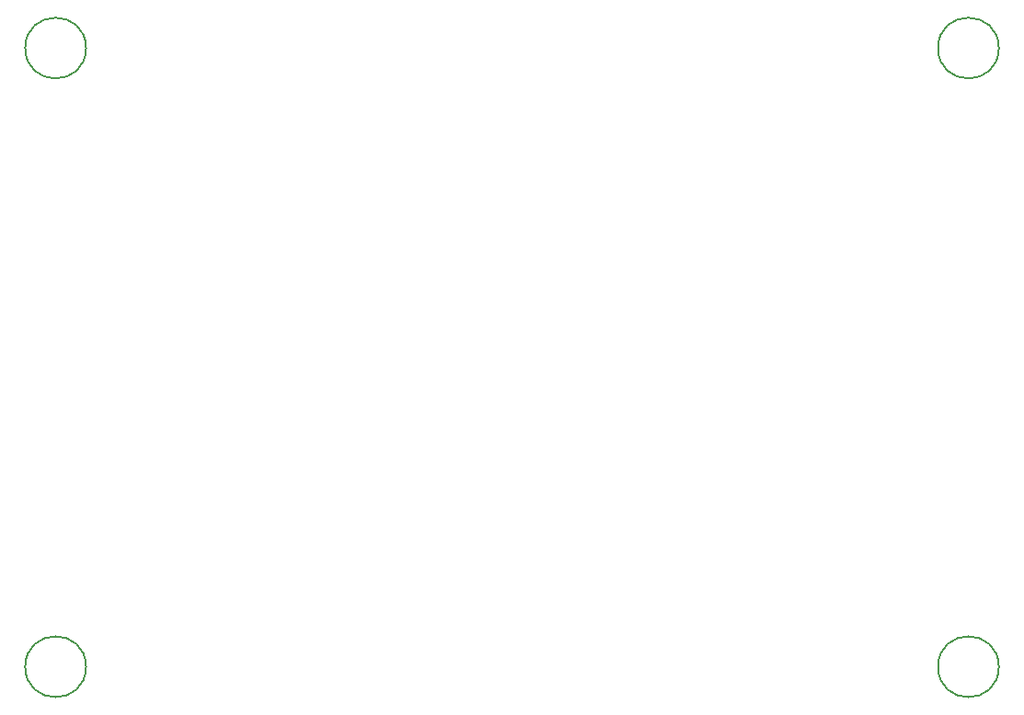
<source format=gbr>
%TF.GenerationSoftware,KiCad,Pcbnew,(6.0.4)*%
%TF.CreationDate,2022-10-21T11:56:49+02:00*%
%TF.ProjectId,Spikeling_V2.2c,5370696b-656c-4696-9e67-5f56322e3263,rev?*%
%TF.SameCoordinates,Original*%
%TF.FileFunction,Other,Comment*%
%FSLAX46Y46*%
G04 Gerber Fmt 4.6, Leading zero omitted, Abs format (unit mm)*
G04 Created by KiCad (PCBNEW (6.0.4)) date 2022-10-21 11:56:49*
%MOMM*%
%LPD*%
G01*
G04 APERTURE LIST*
%ADD10C,0.150000*%
G04 APERTURE END LIST*
D10*
%TO.C, *%
X122800000Y-55000000D02*
G75*
G03*
X122800000Y-55000000I-2800000J0D01*
G01*
X206800000Y-55000000D02*
G75*
G03*
X206800000Y-55000000I-2800000J0D01*
G01*
X206800000Y-112000000D02*
G75*
G03*
X206800000Y-112000000I-2800000J0D01*
G01*
X122800000Y-112000000D02*
G75*
G03*
X122800000Y-112000000I-2800000J0D01*
G01*
%TD*%
M02*

</source>
